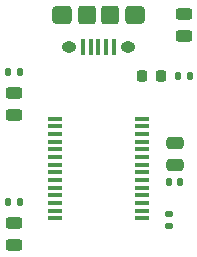
<source format=gtp>
G04 #@! TF.GenerationSoftware,KiCad,Pcbnew,8.0.5*
G04 #@! TF.CreationDate,2025-02-16T04:26:01+09:00*
G04 #@! TF.ProjectId,usb_serial,7573625f-7365-4726-9961-6c2e6b696361,rev?*
G04 #@! TF.SameCoordinates,Original*
G04 #@! TF.FileFunction,Paste,Top*
G04 #@! TF.FilePolarity,Positive*
%FSLAX46Y46*%
G04 Gerber Fmt 4.6, Leading zero omitted, Abs format (unit mm)*
G04 Created by KiCad (PCBNEW 8.0.5) date 2025-02-16 04:26:01*
%MOMM*%
%LPD*%
G01*
G04 APERTURE LIST*
G04 Aperture macros list*
%AMRoundRect*
0 Rectangle with rounded corners*
0 $1 Rounding radius*
0 $2 $3 $4 $5 $6 $7 $8 $9 X,Y pos of 4 corners*
0 Add a 4 corners polygon primitive as box body*
4,1,4,$2,$3,$4,$5,$6,$7,$8,$9,$2,$3,0*
0 Add four circle primitives for the rounded corners*
1,1,$1+$1,$2,$3*
1,1,$1+$1,$4,$5*
1,1,$1+$1,$6,$7*
1,1,$1+$1,$8,$9*
0 Add four rect primitives between the rounded corners*
20,1,$1+$1,$2,$3,$4,$5,0*
20,1,$1+$1,$4,$5,$6,$7,0*
20,1,$1+$1,$6,$7,$8,$9,0*
20,1,$1+$1,$8,$9,$2,$3,0*%
G04 Aperture macros list end*
%ADD10O,0.890000X1.550000*%
%ADD11O,1.250000X0.950000*%
%ADD12RoundRect,0.100000X0.100000X0.575000X-0.100000X0.575000X-0.100000X-0.575000X0.100000X-0.575000X0*%
%ADD13RoundRect,0.250000X0.475000X0.525000X-0.475000X0.525000X-0.475000X-0.525000X0.475000X-0.525000X0*%
%ADD14RoundRect,0.250000X0.500000X0.525000X-0.500000X0.525000X-0.500000X-0.525000X0.500000X-0.525000X0*%
%ADD15RoundRect,0.225000X-0.225000X-0.250000X0.225000X-0.250000X0.225000X0.250000X-0.225000X0.250000X0*%
%ADD16R,1.300000X0.380000*%
%ADD17RoundRect,0.140000X-0.140000X-0.170000X0.140000X-0.170000X0.140000X0.170000X-0.140000X0.170000X0*%
%ADD18RoundRect,0.243750X0.456250X-0.243750X0.456250X0.243750X-0.456250X0.243750X-0.456250X-0.243750X0*%
%ADD19RoundRect,0.140000X-0.170000X0.140000X-0.170000X-0.140000X0.170000X-0.140000X0.170000X0.140000X0*%
%ADD20RoundRect,0.243750X-0.456250X0.243750X-0.456250X-0.243750X0.456250X-0.243750X0.456250X0.243750X0*%
%ADD21RoundRect,0.250000X0.475000X-0.250000X0.475000X0.250000X-0.475000X0.250000X-0.475000X-0.250000X0*%
%ADD22RoundRect,0.135000X0.135000X0.185000X-0.135000X0.185000X-0.135000X-0.185000X0.135000X-0.185000X0*%
G04 APERTURE END LIST*
D10*
X142500000Y-61490000D03*
D11*
X141500000Y-64190000D03*
X136500000Y-64190000D03*
D10*
X135500000Y-61490000D03*
D12*
X140300000Y-64190000D03*
X139650000Y-64190000D03*
X139000000Y-64190000D03*
X138350000Y-64190000D03*
X137700000Y-64190000D03*
D13*
X142025000Y-61490000D03*
D14*
X140000000Y-61490000D03*
X138000000Y-61490000D03*
D13*
X135975000Y-61490000D03*
D15*
X142715000Y-66650000D03*
X144265000Y-66650000D03*
D16*
X135300000Y-70275000D03*
X135300000Y-70925000D03*
X135300000Y-71575000D03*
X135300000Y-72225000D03*
X135300000Y-72875000D03*
X135300000Y-73525000D03*
X135300000Y-74175000D03*
X135300000Y-74825000D03*
X135300000Y-75475000D03*
X135300000Y-76125000D03*
X135300000Y-76775000D03*
X135300000Y-77425000D03*
X135300000Y-78075000D03*
X135300000Y-78725000D03*
X142700000Y-78725000D03*
X142700000Y-78075000D03*
X142700000Y-77425000D03*
X142700000Y-76775000D03*
X142700000Y-76125000D03*
X142700000Y-75475000D03*
X142700000Y-74825000D03*
X142700000Y-74175000D03*
X142700000Y-73525000D03*
X142700000Y-72875000D03*
X142700000Y-72225000D03*
X142700000Y-71575000D03*
X142700000Y-70925000D03*
X142700000Y-70275000D03*
D17*
X144980000Y-75640000D03*
X145940000Y-75640000D03*
D18*
X146200000Y-63307500D03*
X146200000Y-61432500D03*
D19*
X144990000Y-78380000D03*
X144990000Y-79340000D03*
D20*
X131840000Y-79112500D03*
X131840000Y-80987500D03*
D21*
X145520000Y-74240000D03*
X145520000Y-72340000D03*
D22*
X132350000Y-77350000D03*
X131330000Y-77350000D03*
X146710000Y-66640000D03*
X145690000Y-66640000D03*
D20*
X131840000Y-68122500D03*
X131840000Y-69997500D03*
D22*
X132350000Y-66360000D03*
X131330000Y-66360000D03*
M02*

</source>
